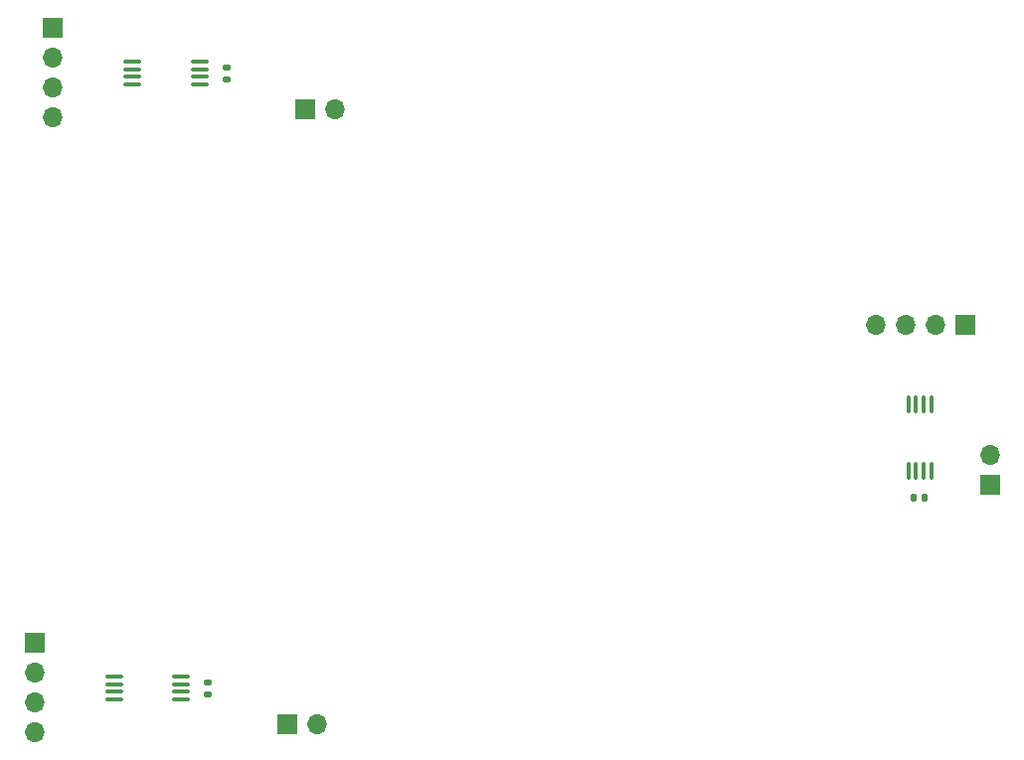
<source format=gbr>
%TF.GenerationSoftware,KiCad,Pcbnew,8.0.9-8.0.9-0~ubuntu22.04.1*%
%TF.CreationDate,2025-03-21T15:12:13+07:00*%
%TF.ProjectId,Rfid_PCB,52666964-5f50-4434-922e-6b696361645f,rev?*%
%TF.SameCoordinates,Original*%
%TF.FileFunction,Soldermask,Top*%
%TF.FilePolarity,Negative*%
%FSLAX46Y46*%
G04 Gerber Fmt 4.6, Leading zero omitted, Abs format (unit mm)*
G04 Created by KiCad (PCBNEW 8.0.9-8.0.9-0~ubuntu22.04.1) date 2025-03-21 15:12:13*
%MOMM*%
%LPD*%
G01*
G04 APERTURE LIST*
G04 Aperture macros list*
%AMRoundRect*
0 Rectangle with rounded corners*
0 $1 Rounding radius*
0 $2 $3 $4 $5 $6 $7 $8 $9 X,Y pos of 4 corners*
0 Add a 4 corners polygon primitive as box body*
4,1,4,$2,$3,$4,$5,$6,$7,$8,$9,$2,$3,0*
0 Add four circle primitives for the rounded corners*
1,1,$1+$1,$2,$3*
1,1,$1+$1,$4,$5*
1,1,$1+$1,$6,$7*
1,1,$1+$1,$8,$9*
0 Add four rect primitives between the rounded corners*
20,1,$1+$1,$2,$3,$4,$5,0*
20,1,$1+$1,$4,$5,$6,$7,0*
20,1,$1+$1,$6,$7,$8,$9,0*
20,1,$1+$1,$8,$9,$2,$3,0*%
G04 Aperture macros list end*
%ADD10O,1.700000X1.700000*%
%ADD11R,1.700000X1.700000*%
%ADD12RoundRect,0.100000X0.100000X-0.637500X0.100000X0.637500X-0.100000X0.637500X-0.100000X-0.637500X0*%
%ADD13RoundRect,0.140000X-0.140000X-0.170000X0.140000X-0.170000X0.140000X0.170000X-0.140000X0.170000X0*%
%ADD14RoundRect,0.100000X0.637500X0.100000X-0.637500X0.100000X-0.637500X-0.100000X0.637500X-0.100000X0*%
%ADD15RoundRect,0.140000X0.170000X-0.140000X0.170000X0.140000X-0.170000X0.140000X-0.170000X-0.140000X0*%
G04 APERTURE END LIST*
D10*
%TO.C,REF\u002A\u002A*%
X159350000Y-132455000D03*
D11*
X159350000Y-134995000D03*
%TD*%
D12*
%TO.C,REF\u002A\u002A*%
X152385000Y-128107500D03*
X153035000Y-128107500D03*
X153685000Y-128107500D03*
X154335000Y-128107500D03*
X154335000Y-133832500D03*
X153685000Y-133832500D03*
X153035000Y-133832500D03*
X152385000Y-133832500D03*
%TD*%
D13*
%TO.C,REF\u002A\u002A*%
X153810000Y-136110000D03*
X152850000Y-136110000D03*
%TD*%
D10*
%TO.C,REF\u002A\u002A*%
X149620000Y-121340000D03*
X152160000Y-121340000D03*
X154700000Y-121340000D03*
D11*
X157240000Y-121340000D03*
%TD*%
%TO.C,*%
X157240000Y-121340000D03*
%TD*%
D10*
%TO.C,REF\u002A\u002A*%
X102015000Y-155370000D03*
D11*
X99475000Y-155370000D03*
%TD*%
D14*
%TO.C,REF\u002A\u002A*%
X84732500Y-153275000D03*
X84732500Y-152625000D03*
X84732500Y-151975000D03*
X84732500Y-151325000D03*
X90457500Y-151325000D03*
X90457500Y-151975000D03*
X90457500Y-152625000D03*
X90457500Y-153275000D03*
%TD*%
D15*
%TO.C,REF\u002A\u002A*%
X92735000Y-151850000D03*
X92735000Y-152810000D03*
%TD*%
D10*
%TO.C,REF\u002A\u002A*%
X77965000Y-156040000D03*
X77965000Y-153500000D03*
X77965000Y-150960000D03*
D11*
X77965000Y-148420000D03*
%TD*%
%TO.C,*%
X77965000Y-148420000D03*
%TD*%
D15*
%TO.C,REF\u002A\u002A*%
X94330000Y-100400000D03*
X94330000Y-99440000D03*
%TD*%
D11*
%TO.C,REF\u002A\u002A*%
X101070000Y-102960000D03*
D10*
X103610000Y-102960000D03*
%TD*%
D11*
%TO.C,REF\u002A\u002A*%
X79560000Y-96010000D03*
D10*
X79560000Y-98550000D03*
X79560000Y-101090000D03*
X79560000Y-103630000D03*
%TD*%
D14*
%TO.C,REF\u002A\u002A*%
X92052500Y-100865000D03*
X92052500Y-100215000D03*
X92052500Y-99565000D03*
X92052500Y-98915000D03*
X86327500Y-98915000D03*
X86327500Y-99565000D03*
X86327500Y-100215000D03*
X86327500Y-100865000D03*
%TD*%
M02*

</source>
